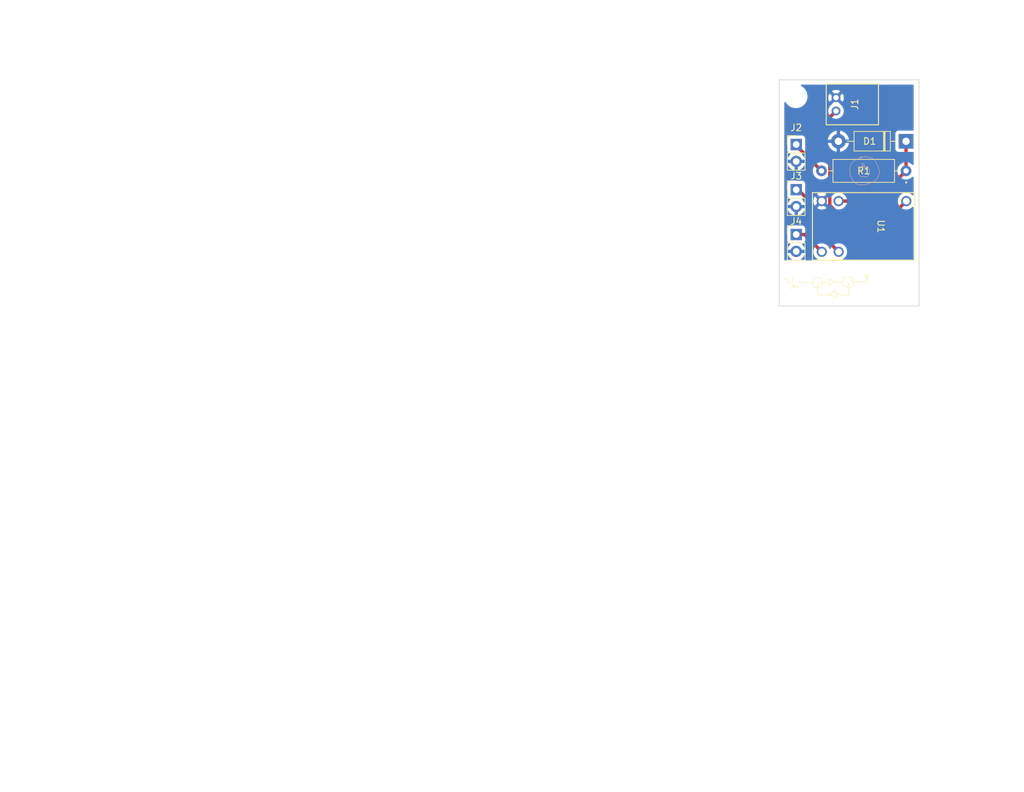
<source format=kicad_pcb>
(kicad_pcb (version 20221018) (generator pcbnew)
  (title_block (title "Relay Switching Circuit") (date "2023-10-27") (rev "A") (company "Remy Nguyen"))
  (layers (0 "F.Cu" signal) (31 "B.Cu" signal) (34 "B.Paste" user) (35 "F.Paste" user) (36 "B.SilkS" user "B.Silkscreen") (37 "F.SilkS" user "F.Silkscreen") (38 "B.Mask" user) (39 "F.Mask" user) (44 "Edge.Cuts" user))
  (net 0 "")
  (net 1 "Net-(D1-K)")
  (net 2 "GND")
  (net 3 "LiPo+")
  (net 4 "USB-5V")
  (net 5 "USB-BAT+")
  (net 6 "DWM+")
  (footprint "imports:circulator3_silk" (layer "F.Cu") (at 142.877355 117.287177)
    (fp_text reference "G***" hide)
    (fp_text value "LOGO" hide)
  )
  (footprint "Connector_PinHeader_2.54mm:PinHeader_1x02_P2.54mm_Vertical" (layer "F.Cu") (at 136.555 95.72)
    (fp_text reference "J2" (at 0 -2.535) (layer "F.SilkS"))
    (fp_text value "Conn_01x02_Pin" hide)
    (pad "1" thru_hole rect (at 0 0) (size 1.7 1.7) (drill 1) (layers "*.Cu" "*.Mask") (net 4 "USB-5V"))
    (pad "2" thru_hole oval (at 0 2.54) (size 1.7 1.7) (drill 1) (layers "*.Cu" "*.Mask") (net 2 "GND"))
  )
  (footprint "footprints:CONN_S2B-PH-K-S_JST" (layer "F.Cu") (at 142.5376 90.6851 90)
    (fp_text reference "J1" (at 1 2.8124 90 unlocked) (layer "F.SilkS"))
    (fp_text value "S2B-PH-K-SLFSN" hide)
    (pad "1" thru_hole circle (at -0.000001 0 90) (size 1.3208 1.3208) (drill 0.8128) (layers "*.Cu" "*.Mask") (net 3 "LiPo+"))
    (pad "2" thru_hole circle (at 2.000001 0 90) (size 1.3208 1.3208) (drill 0.8128) (layers "*.Cu" "*.Mask") (net 2 "GND"))
  )
  (footprint "Connector_PinHeader_2.54mm:PinHeader_1x02_P2.54mm_Vertical" (layer "F.Cu") (at 136.555 109.247)
    (fp_text reference "J4" (at 0 -1.987) (layer "F.SilkS"))
    (fp_text value "Conn_01x02_Pin" hide)
    (pad "1" thru_hole rect (at 0 0) (size 1.7 1.7) (drill 1) (layers "*.Cu" "*.Mask") (net 6 "DWM+"))
    (pad "2" thru_hole oval (at 0 2.54) (size 1.7 1.7) (drill 1) (layers "*.Cu" "*.Mask") (net 2 "GND"))
  )
  (footprint "Diode_THT:D_DO-41_SOD81_P10.16mm_Horizontal" (layer "F.Cu") (at 153.05 95.235 180)
    (fp_text reference "D1" (at 5.461 0) (layer "F.SilkS"))
    (fp_text value "1N4001" hide)
    (pad "1" thru_hole rect (at 0 0 180) (size 2.2 2.2) (drill 1.1) (layers "*.Cu" "*.Mask") (net 1 "Net-(D1-K)"))
    (pad "2" thru_hole oval (at 10.16 0 180) (size 2.2 2.2) (drill 1.1) (layers "*.Cu" "*.Mask") (net 2 "GND"))
  )
  (footprint "Connector_PinHeader_2.54mm:PinHeader_1x02_P2.54mm_Vertical" (layer "F.Cu") (at 136.555 102.52)
    (fp_text reference "J3" (at 0 -2.06) (layer "F.SilkS"))
    (fp_text value "Conn_01x02_Pin" hide)
    (pad "1" thru_hole rect (at 0 0) (size 1.7 1.7) (drill 1) (layers "*.Cu" "*.Mask") (net 5 "USB-BAT+"))
    (pad "2" thru_hole oval (at 0 2.54) (size 1.7 1.7) (drill 1) (layers "*.Cu" "*.Mask") (net 2 "GND"))
  )
  (footprint "footprints:RELAY8_J102K1CS33VDC.20_CRS" (layer "F.Cu") (at 158.1701 104.2266 -90)
    (fp_text reference "U1" (at 3.81 8.89 -90 unlocked) (layer "F.SilkS"))
    (fp_text value "J102K1CS33VDC.20" hide)
    (pad "1" thru_hole circle (at 0 5.08 270) (size 1.524 1.524) (drill 1.016) (layers "*.Cu" "*.Mask") (net 3 "LiPo+"))
    (pad "3" thru_hole circle (at 0 15.24 270) (size 1.524 1.524) (drill 1.016) (layers "*.Cu" "*.Mask") (net 1 "Net-(D1-K)"))
    (pad "4" thru_hole circle (at 0 17.78 270) (size 1.524 1.524) (drill 1.016) (layers "*.Cu" "*.Mask") (net 2 "GND"))
    (pad "5" thru_hole circle (at 7.62 17.78 270) (size 1.524 1.524) (drill 1.016) (layers "*.Cu" "*.Mask") (net 6 "DWM+"))
    (pad "6" thru_hole circle (at 7.62 15.24 270) (size 1.524 1.524) (drill 1.016) (layers "*.Cu" "*.Mask") (net 5 "USB-BAT+"))
  )
  (footprint "MountingHole:MountingHole_3mm" (layer "F.Cu") (at 151 118)
    (fp_text reference "REF**" hide)
    (fp_text value "M3")
    (pad "" np_thru_hole circle (at 0 0) (size 3 3) (drill 3) (layers "*.Cu" "*.Mask"))
  )
  (footprint "MountingHole:MountingHole_3mm" (layer "F.Cu") (at 136.5 88.5)
    (fp_text reference "REF**" hide)
    (fp_text value "M3")
    (pad "" np_thru_hole circle (at 0 0) (size 3 3) (drill 3) (layers "F&B.Cu" "*.Mask"))
  )
  (footprint "Resistor_THT:R_Axial_DIN0309_L9.0mm_D3.2mm_P12.70mm_Horizontal" (layer "F.Cu") (at 140.35 99.68)
    (fp_text reference "R1" (at 6.35 0) (layer "F.SilkS"))
    (fp_text value "R" hide)
    (pad "1" thru_hole circle (at 0 0) (size 1.6 1.6) (drill 0.8) (layers "*.Cu" "*.Mask") (net 4 "USB-5V"))
    (pad "2" thru_hole oval (at 12.7 0) (size 1.6 1.6) (drill 0.8) (layers "*.Cu" "*.Mask") (net 1 "Net-(D1-K)"))
  )
  (footprint "imports:airtag_silk" (layer "B.Cu") (at 145.236961 99.664244 180)
    (fp_text reference "G***" hide)
    (fp_text value "LOGO" hide)
  )
  (gr_line (start 155 120) (end 134 120) (stroke (width 0.1)) (layer "Edge.Cuts"))
  (gr_line (start 134 86) (end 155 86) (stroke (width 0.1)) (layer "Edge.Cuts"))
  (gr_line (start 134 120) (end 134 86) (stroke (width 0.1)) (layer "Edge.Cuts"))
  (gr_line (start 155 86) (end 155 120) (stroke (width 0.1)) (layer "Edge.Cuts"))
  (segment (start 153.05 95.235) (end 153.05 99.68) (width 0.5) (layer "F.Cu") (net 1))
  (segment (start 148.5034 104.2266) (end 153.05 99.68) (width 0.5) (layer "F.Cu") (net 1))
  (segment (start 142.9301 104.2266) (end 148.5034 104.2266) (width 0.5) (layer "F.Cu") (net 1))
  (segment (start 141.6021 104.728627) (end 141.6021 100.21) (width 0.5) (layer "F.Cu") (net 3))
  (segment (start 141.6021 98.0071) (end 141.6021 100.21) (width 0.5) (layer "F.Cu") (net 3))
  (segment (start 153.0901 104.2266) (end 151.5407 105.776) (width 0.5) (layer "F.Cu") (net 3))
  (segment (start 140.2376 96.6426) (end 141.6021 98.0071) (width 0.5) (layer "F.Cu") (net 3))
  (segment (start 142.5376 90.685101) (end 140.2376 92.985101) (width 0.5) (layer "F.Cu") (net 3))
  (segment (start 142.509 105.776) (end 141.555 104.822) (width 0.5) (layer "F.Cu") (net 3))
  (segment (start 140.2376 92.985101) (end 140.2376 96.6426) (width 0.5) (layer "F.Cu") (net 3))
  (segment (start 141.555 104.775727) (end 141.6021 104.728627) (width 0.5) (layer "F.Cu") (net 3))
  (segment (start 151.5407 105.776) (end 142.509 105.776) (width 0.5) (layer "F.Cu") (net 3))
  (segment (start 141.555 104.822) (end 141.555 104.775727) (width 0.5) (layer "F.Cu") (net 3))
  (segment (start 136.54 95.87) (end 140.35 99.68) (width 0.5) (layer "F.Cu") (net 4))
  (segment (start 136.54 95.865) (end 136.54 95.87) (width 0.5) (layer "F.Cu") (net 4))
  (segment (start 142.9301 111.8466) (end 138.445 107.3615) (width 0.5) (layer "F.Cu") (net 5))
  (segment (start 138.445 104.125) (end 136.54 102.22) (width 0.5) (layer "F.Cu") (net 5))
  (segment (start 138.445 107.3615) (end 138.445 104.125) (width 0.5) (layer "F.Cu") (net 5))
  (segment (start 137.7905 109.247) (end 140.3901 111.8466) (width 0.5) (layer "F.Cu") (net 6))
  (segment (start 136.555 109.247) (end 137.7905 109.247) (width 0.5) (layer "F.Cu") (net 6))
  (zone (net 2) (net_name "GND") (layer "B.Cu") (connect_pads (clearance 0.5)) (min_thickness 0.25) (fill yes (thermal_gap 0.5) (thermal_bridge_width 0.5))
    (polygon (pts (xy 154.193 86.722) (xy 154.193 113.142) (xy 134.762 113.142) (xy 134.762 86.722)))
  )
)
</source>
